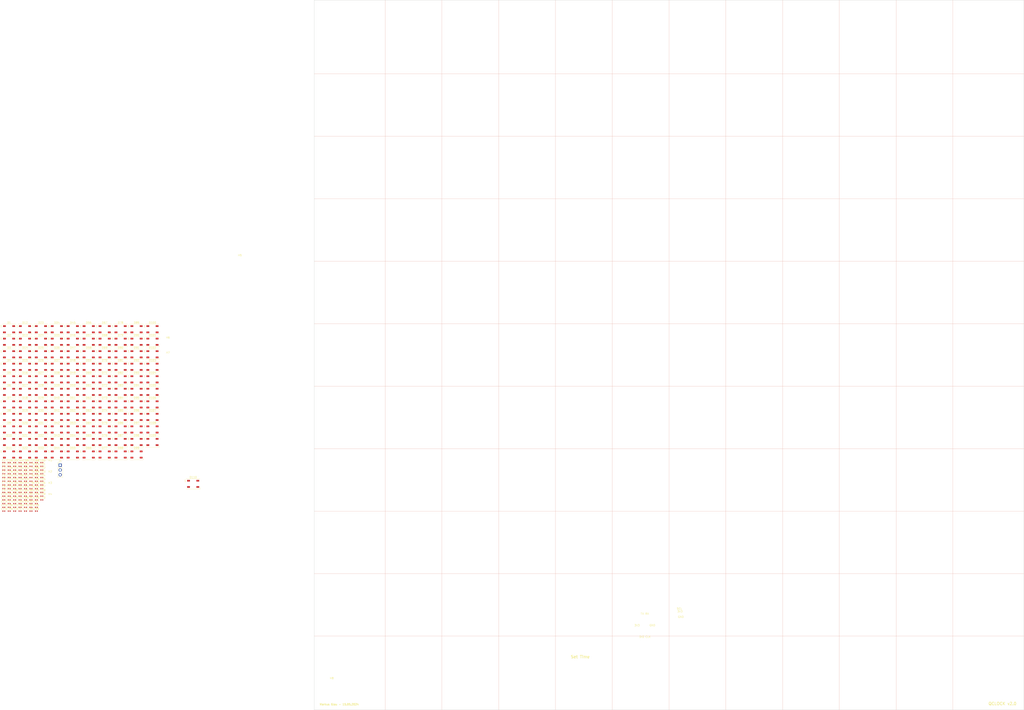
<source format=kicad_pcb>
(kicad_pcb (version 20240108) (generator "pcbnew") (generator_version "8.0")
  (layers (0 "F.Cu" signal) (31 "B.Cu" power) (34 "B.Paste" user) (35 "F.Paste" user) (36 "B.SilkS" user "B.Silkscreen") (37 "F.SilkS" user "F.Silkscreen") (38 "B.Mask" user) (39 "F.Mask" user) (44 "Edge.Cuts" user))
  (net 0 "")
  (net 1 "GND")
  (net 2 "VBUS")
  (net 3 "Net-(D1-DIN)")
  (net 4 "Net-(D1-DOUT)")
  (net 5 "Net-(D2-DOUT)")
  (net 6 "Net-(D3-DOUT)")
  (net 7 "Net-(D4-DOUT)")
  (net 8 "Net-(D5-DOUT)")
  (net 9 "Net-(D6-DOUT)")
  (net 10 "Net-(D7-DOUT)")
  (net 11 "Net-(D8-DOUT)")
  (net 12 "Net-(D12-DIN)")
  (net 13 "Net-(D10-DIN)")
  (net 14 "Net-(D11-DIN)")
  (net 15 "Net-(D12-DOUT)")
  (net 16 "Net-(D13-DOUT)")
  (net 17 "Net-(D14-DOUT)")
  (net 18 "Net-(D15-DOUT)")
  (net 19 "Net-(D16-DOUT)")
  (net 20 "Net-(D17-DOUT)")
  (net 21 "Net-(D18-DOUT)")
  (net 22 "Net-(D19-DOUT)")
  (net 23 "Net-(D20-DOUT)")
  (net 24 "Net-(D21-DOUT)")
  (net 25 "Net-(D22-DOUT)")
  (net 26 "Net-(D23-DOUT)")
  (net 27 "Net-(D24-DOUT)")
  (net 28 "Net-(D25-DOUT)")
  (net 29 "Net-(D26-DOUT)")
  (net 30 "Net-(D27-DOUT)")
  (net 31 "Net-(D28-DOUT)")
  (net 32 "Net-(D29-DOUT)")
  (net 33 "Net-(D30-DOUT)")
  (net 34 "Net-(D31-DOUT)")
  (net 35 "Net-(D32-DOUT)")
  (net 36 "Net-(D33-DOUT)")
  (net 37 "Net-(D34-DOUT)")
  (net 38 "Net-(D35-DOUT)")
  (net 39 "Net-(D36-DOUT)")
  (net 40 "Net-(D37-DOUT)")
  (net 41 "Net-(D38-DOUT)")
  (net 42 "Net-(D39-DOUT)")
  (net 43 "Net-(D40-DOUT)")
  (net 44 "Net-(D41-DOUT)")
  (net 45 "Net-(D42-DOUT)")
  (net 46 "Net-(D43-DOUT)")
  (net 47 "Net-(D44-DOUT)")
  (net 48 "Net-(D45-DOUT)")
  (net 49 "Net-(D46-DOUT)")
  (net 50 "Net-(D47-DOUT)")
  (net 51 "Net-(D48-DOUT)")
  (net 52 "Net-(D49-DOUT)")
  (net 53 "Net-(D50-DOUT)")
  (net 54 "Net-(D51-DOUT)")
  (net 55 "Net-(D52-DOUT)")
  (net 56 "Net-(D53-DOUT)")
  (net 57 "Net-(D54-DOUT)")
  (net 58 "Net-(D100-DIN)")
  (net 59 "Net-(D56-DOUT)")
  (net 60 "Net-(D56-DIN)")
  (net 61 "Net-(D57-DOUT)")
  (net 62 "Net-(D58-DOUT)")
  (net 63 "Net-(D59-DOUT)")
  (net 64 "Net-(D60-DOUT)")
  (net 65 "Net-(D61-DOUT)")
  (net 66 "Net-(D62-DOUT)")
  (net 67 "Net-(D63-DOUT)")
  (net 68 "Net-(D64-DOUT)")
  (net 69 "Net-(D65-DOUT)")
  (net 71 "Net-(D67-DIN)")
  (net 72 "Net-(D68-DIN)")
  (net 73 "Net-(D69-DIN)")
  (net 74 "Net-(D70-DIN)")
  (net 75 "Net-(D71-DIN)")
  (net 76 "Net-(D72-DIN)")
  (net 77 "Net-(D73-DIN)")
  (net 78 "Net-(D74-DIN)")
  (net 79 "Net-(D75-DIN)")
  (net 80 "Net-(D76-DIN)")
  (net 81 "Net-(D77-DIN)")
  (net 82 "Net-(D78-DOUT)")
  (net 83 "Net-(D78-DIN)")
  (net 84 "Net-(D79-DOUT)")
  (net 85 "Net-(D80-DOUT)")
  (net 86 "Net-(D81-DOUT)")
  (net 87 "Net-(D82-DOUT)")
  (net 88 "Net-(D83-DOUT)")
  (net 89 "Net-(D84-DOUT)")
  (net 90 "Net-(D85-DOUT)")
  (net 91 "Net-(D86-DOUT)")
  (net 92 "Net-(D87-DOUT)")
  (net 93 "Net-(D89-DIN)")
  (net 94 "Net-(D90-DIN)")
  (net 95 "Net-(D91-DIN)")
  (net 96 "Net-(D92-DIN)")
  (net 97 "Net-(D93-DIN)")
  (net 98 "Net-(D94-DIN)")
  (net 99 "Net-(D95-DIN)")
  (net 100 "Net-(D96-DIN)")
  (net 101 "Net-(D97-DIN)")
  (net 102 "Net-(D98-DIN)")
  (net 103 "Net-(D110-DOUT)")
  (net 104 "Net-(D100-DOUT)")
  (net 105 "Net-(D101-DOUT)")
  (net 106 "Net-(D102-DOUT)")
  (net 107 "Net-(D103-DOUT)")
  (net 108 "Net-(D104-DOUT)")
  (net 109 "Net-(D105-DOUT)")
  (net 110 "Net-(D106-DOUT)")
  (net 111 "Net-(D107-DOUT)")
  (net 112 "Net-(D108-DOUT)")
  (net 113 "Net-(D109-DOUT)")
  (footprint "LED_SMD:LED_WS2812B_PLCC4_5.0x5.0mm_P3.2mm" (layer "F.Cu") (at -119.39 225.38)
    (property "Reference" "D27")
    (property "Value" "WS2812B")
  )
  (footprint "LED_SMD:LED_WS2812B_PLCC4_5.0x5.0mm_P3.2mm" (layer "F.Cu") (at -77.29 212.14)
    (property "Reference" "D80")
    (property "Value" "WS2812B")
  )
  (footprint "Capacitor_SMD:C_0402_1005Metric" (layer "F.Cu") (at -133.265 289.095)
    (property "Reference" "C40")
    (property "Value" "220n")
  )
  (footprint "Capacitor_SMD:C_0402_1005Metric" (layer "F.Cu") (at -127.525 289.095)
    (property "Reference" "C68")
    (property "Value" "220n")
  )
  (footprint "LED_SMD:LED_WS2812B_PLCC4_5.0x5.0mm_P3.2mm" (layer "F.Cu") (at -119.39 265.1)
    (property "Reference" "D33")
    (property "Value" "WS2812B")
  )
  (footprint "LED_SMD:LED_WS2812B_PLCC4_5.0x5.0mm_P3.2mm" (layer "F.Cu") (at -110.97 225.38)
    (property "Reference" "D38")
    (property "Value" "WS2812B")
  )
  (footprint "Capacitor_SMD:C_0402_1005Metric" (layer "F.Cu") (at -139.005 295.005)
    (property "Reference" "C15")
    (property "Value" "220n")
  )
  (footprint "Capacitor_SMD:C_0402_1005Metric" (layer "F.Cu") (at -133.265 295.005)
    (property "Reference" "C43")
    (property "Value" "220n")
  )
  (footprint "LED_SMD:LED_WS2812B_PLCC4_5.0x5.0mm_P3.2mm" (layer "F.Cu") (at -127.81 218.76)
    (property "Reference" "D15")
    (property "Value" "WS2812B")
  )
  (footprint "Capacitor_SMD:C_0402_1005Metric" (layer "F.Cu") (at -118.915 281.215)
    (property "Reference" "C106")
    (property "Value" "220n")
  )
  (footprint "Capacitor_SMD:C_0402_1005Metric" (layer "F.Cu") (at -139.005 271.365)
    (property "Reference" "C2")
    (property "Value" "220n")
  )
  (footprint "Capacitor_SMD:C_0402_1005Metric" (layer "F.Cu") (at -121.785 281.215)
    (property "Reference" "C92")
    (property "Value" "220n")
  )
  (footprint "LED_SMD:LED_WS2812B_PLCC4_5.0x5.0mm_P3.2mm" (layer "F.Cu") (at -110.97 198.9)
    (property "Reference" "D34")
    (property "Value" "WS2812B")
  )
  (footprint "LED_SMD:LED_WS2812B_PLCC4_5.0x5.0mm_P3.2mm" (layer "F.Cu") (at -119.39 245.24)
    (property "Reference" "D30")
    (property "Value" "WS2812B")
  )
  (footprint "Capacitor_SMD:C_0402_1005Metric" (layer "F.Cu") (at -118.915 273.335)
    (property "Reference" "C102")
    (property "Value" "220n")
  )
  (footprint "LED_SMD:LED_WS2812B_PLCC4_5.0x5.0mm_P3.2mm" (layer "F.Cu") (at -85.71 258.48)
    (property "Reference" "D76")
    (property "Value" "WS2812B")
  )
  (footprint "Capacitor_SMD:C_0402_1005Metric" (layer "F.Cu") (at -121.785 293.035)
    (property "Reference" "C98")
    (property "Value" "220n")
  )
  (footprint "LED_SMD:LED_WS2812B_PLCC4_5.0x5.0mm_P3.2mm" (layer "F.Cu") (at -127.81 265.1)
    (property "Reference" "D22")
    (property "Value" "WS2812B")
  )
  (footprint "Capacitor_SMD:C_0402_1005Metric" (layer "F.Cu") (at -121.785 289.095)
    (property "Reference" "C96")
    (property "Value" "220n")
  )
  (footprint "LED_SMD:LED_WS2812B_PLCC4_5.0x5.0mm_P3.2mm" (layer "F.Cu") (at -102.55 258.48)
    (property "Reference" "D54")
    (property "Value" "WS2812B")
  )
  (footprint "LED_SMD:LED_WS2812B_PLCC4_5.0x5.0mm_P3.2mm" (layer "F.Cu") (at -136.23 245.24)
    (property "Reference" "D8")
    (property "Value" "WS2812B")
  )
  (footprint "Capacitor_SMD:C_0402_1005Metric" (layer "F.Cu") (at -130.395 277.275)
    (property "Reference" "C48")
    (property "Value" "220n")
  )
  (footprint "LED_SMD:LED_WS2812B_PLCC4_5.0x5.0mm_P3.2mm" (layer "F.Cu") (at -77.29 258.48)
    (property "Reference" "D87")
    (property "Value" "WS2812B")
  )
  (footprint "MountingHole:MountingHole_2.2mm_M2" (layer "F.Cu") (at -114.505 271.385)
    (property "Reference" "H1")
    (property "Value" "MountingHole")
  )
  (footprint "LED_SMD:LED_WS2812B_PLCC4_5.0x5.0mm_P3.2mm" (layer "F.Cu") (at -127.81 251.86)
    (property "Reference" "D20")
    (property "Value" "WS2812B")
  )
  (footprint "Capacitor_SMD:C_0402_1005Metric" (layer "F.Cu") (at -127.525 269.395)
    (property "Reference" "C58")
    (property "Value" "220n")
  )
  (footprint "LED_SMD:LED_WS2812B_PLCC4_5.0x5.0mm_P3.2mm" (layer "F.Cu") (at -60.45 198.9)
    (property "Reference" "D100")
    (property "Value" "WS2812B")
  )
  (footprint "LED_SMD:LED_WS2812B_PLCC4_5.0x5.0mm_P3.2mm" (layer "F.Cu") (at -110.97 265.1)
    (property "Reference" "D44")
    (property "Value" "WS2812B")
  )
  (footprint "Capacitor_SMD:C_0402_1005Metric" (layer "F.Cu") (at -136.135 275.305)
    (property "Reference" "C19")
    (property "Value" "220n")
  )
  (footprint "LED_SMD:LED_WS2812B_PLCC4_5.0x5.0mm_P3.2mm" (layer "F.Cu") (at -110.97 232)
    (property "Reference" "D39")
    (property "Value" "WS2812B")
  )
  (footprint "LED_SMD:LED_WS2812B_PLCC4_5.0x5.0mm_P3.2mm" (layer "F.Cu") (at -68.87 205.52)
    (property "Reference" "D90")
    (property "Value" "WS2812B")
  )
  (footprint "Capacitor_SMD:C_0402_1005Metric" (layer "F.Cu") (at -136.135 283.185)
    (property "Reference" "C23")
    (property "Value" "220n")
  )
  (footprint "Capacitor_SMD:C_0402_1005Metric" (layer "F.Cu") (at -118.915 287.125)
    (property "Reference" "C109")
    (property "Value" "220n")
  )
  (footprint "LED_SMD:LED_WS2812B_PLCC4_5.0x5.0mm_P3.2mm" (layer "F.Cu") (at -119.39 218.76)
    (property "Reference" "D26")
    (property "Value" "WS2812B")
  )
  (footprint "Capacitor_SMD:C_0402_1005Metric" (layer "F.Cu") (at -130.395 291.065)
    (property "Reference" "C55")
    (property "Value" "220n")
  )
  (footprint "Capacitor_SMD:C_0402_1005Metric" (layer "F.Cu") (at -130.395 273.335)
    (property "Reference" "C46")
    (property "Value" "220n")
  )
  (footprint "Capacitor_SMD:C_0402_1005Metric" (layer "F.Cu") (at -130.395 275.305)
    (property "Reference" "C47")
    (property "Value" "220n")
  )
  (footprint "Capacitor_SMD:C_0402_1005Metric" (layer "F.Cu") (at -127.525 293.035)
    (property "Reference" "C70")
    (property "Value" "220n")
  )
  (footprint "LED_SMD:LED_WS2812B_PLCC4_5.0x5.0mm_P3.2mm" (layer "F.Cu") (at -136.23 251.86)
    (property "Reference" "D9")
    (property "Value" "WS2812B")
  )
  (footprint "Capacitor_SMD:C_0402_1005Metric" (layer "F.Cu") (at -136.135 269.395)
    (property "Reference" "C16")
    (property "Value" "220n")
  )
  (footprint "MountingHole:MountingHole_2.2mm_M2" (layer "F.Cu") (at -114.505 283.285)
    (property "Reference" "H3")
    (property "Value" "MountingHole")
  )
  (footprint "LED_SMD:LED_WS2812B_PLCC4_5.0x5.0mm_P3.2mm" (layer "F.Cu") (at -119.39 198.9)
    (property "Reference" "D23")
    (property "Value" "WS2812B")
  )
  (footprint "LED_SMD:LED_WS2812B_PLCC4_5.0x5.0mm_P3.2mm" (layer "F.Cu") (at -102.55 251.86)
    (property "Reference" "D53")
    (property "Value" "WS2812B")
  )
  (footprint "LED_SMD:LED_WS2812B_PLCC4_5.0x5.0mm_P3.2mm" (layer "F.Cu") (at -77.29 238.62)
    (property "Reference" "D84")
    (property "Value" "WS2812B")
  )
  (footprint "LED_SMD:LED_WS2812B_PLCC4_5.0x5.0mm_P3.2mm" (layer "F.Cu") (at -127.81 212.14)
    (property "Reference" "D14")
    (property "Value" "WS2812B")
  )
  (footprint "Capacitor_SMD:C_0402_1005Metric" (layer "F.Cu") (at -124.655 293.035)
    (property "Reference" "C84")
    (property "Value" "220n")
  )
  (footprint "LED_SMD:LED_WS2812B_PLCC4_5.0x5.0mm_P3.2mm" (layer "F.Cu") (at -77.29 198.9)
    (property "Reference" "D78")
    (property "Value" "WS2812B")
  )
  (footprint "Capacitor_SMD:C_0402_1005Metric" (layer "F.Cu") (at -124.655 285.155)
    (property "Reference" "C80")
    (property "Value" "220n")
  )
  (footprint "Capacitor_SMD:C_0402_1005Metric" (layer "F.Cu") (at -121.785 283.185)
    (property "Reference" "C93")
    (property "Value" "220n")
  )
  (footprint "Capacitor_SMD:C_0402_1005Metric" (layer "F.Cu") (at -127.525 275.305)
    (property "Reference" "C61")
    (property "Value" "220n")
  )
  (footprint "Capacitor_SMD:C_0402_1005Metric" (layer "F.Cu") (at -133.265 277.275)
    (property "Reference" "C34")
    (property "Value" "220n")
  )
  (footprint "Capacitor_SMD:C_0402_1005Metric" (layer "F.Cu") (at -118.915 271.365)
    (property "Reference" "C101")
    (property "Value" "220n")
  )
  (footprint "Capacitor_SMD:C_0402_1005Metric" (layer "F.Cu") (at -133.265 273.335)
    (property "Reference" "C32")
    (property "Value" "220n")
  )
  (footprint "LED_SMD:LED_WS2812B_PLCC4_5.0x5.0mm_P3.2mm" (layer "F.Cu") (at -110.97 212.14)
    (property "Reference" "D36")
    (property "Value" "WS2812B")
  )
  (footprint "LED_SMD:LED_WS2812B_PLCC4_5.0x5.0mm_P3.2mm" (layer "F.Cu") (at -102.55 205.52)
    (property "Reference" "D46")
    (property "Value" "WS2812B")
  )
  (footprint "Capacitor_SMD:C_0402_1005Metric" (layer "F.Cu") (at -139.005 279.245)
    (property "Reference" "C6")
    (property "Value" "220n")
  )
  (footprint "LED_SMD:LED_WS2812B_PLCC4_5.0x5.0mm_P3.2mm" (layer "F.Cu") (at -94.13 245.24)
    (property "Reference" "D63")
    (property "Value" "WS2812B")
  )
  (footprint "LED_SMD:LED_WS2812B_PLCC4_5.0x5.0mm_P3.2mm" (layer "F.Cu") (at -60.45 238.62)
    (property "Reference" "D106")
    (property "Value" "WS2812B")
  )
  (footprint "Capacitor_SMD:C_0402_1005Metric" (layer "F.Cu") (at -133.265 281.215)
    (property "Reference" "C36")
    (property "Value" "220n")
  )
  (footprint "Capacitor_SMD:C_0402_1005Metric" (layer "F.Cu") (at -121.785 271.365)
    (property "Reference" "C87")
    (property "Value" "220n")
  )
  (footprint "LED_SMD:LED_WS2812B_PLCC4_5.0x5.0mm_P3.2mm" (layer "F.Cu") (at -102.55 265.1)
    (property "Reference" "D55")
    (property "Value" "WS2812B")
  )
  (footprint "LED_SMD:LED_WS2812B_PLCC4_5.0x5.0mm_P3.2mm" (layer "F.Cu") (at -85.71 245.24)
    (property "Reference" "D74")
    (property "Value" "WS2812B")
  )
  (footprint "Capacitor_SMD:C_0402_1005Metric" (layer "F.Cu") (at -130.395 279.245)
    (property "Reference" "C49")
    (property "Value" "220n")
  )
  (footprint "LED_SMD:LED_WS2812B_PLCC4_5.0x5.0mm_P3.2mm" (layer "F.Cu") (at -60.45 232)
    (property "Reference" "D105")
    (property "Value" "WS2812B")
  )
  (footprint "Capacitor_SMD:C_0402_1005Metric" (layer "F.Cu") (at -127.525 279.245)
    (property "Reference" "C63")
    (property "Value" "220n")
  )
  (footprint "Capacitor_SMD:C_0402_1005Metric" (layer "F.Cu") (at -121.785 273.335)
    (property "Reference" "C88")
    (property "Value" "220n")
  )
  (footprint "LED_SMD:LED_WS2812B_PLCC4_5.0x5.0mm_P3.2mm" (layer "F.Cu") (at -119.39 238.62)
    (property "Reference" "D29")
    (property "Value" "WS2812B")
  )
  (footprint "LED_SMD:LED_WS2812B_PLCC4_5.0x5.0mm_P3.2mm" (layer "F.Cu") (at -102.55 198.9)
    (property "Reference" "D45")
    (property "Value" "WS2812B")
  )
  (footprint "LED_SMD:LED_WS2812B_PLCC4_5.0x5.0mm_P3.2mm" (layer "F.Cu") (at -110.97 205.52)
    (property "Reference" "D35")
    (property "Value" "WS2812B")
  )
  (footprint "LED_SMD:LED_WS2812B_PLCC4_5.0x5.0mm_P3.2mm" (layer "F.Cu") (at -60.45 258.48)
    (property "Reference" "D109")
    (property "Value" "WS2812B")
  )
  (footprint "LED_SMD:LED_WS2812B_PLCC4_5.0x5.0mm_P3.2mm" (layer "F.Cu") (at -127.81 245.24)
    (property "Reference" "D19")
    (property "Value" "WS2812B")
  )
  (footprint "Capacitor_SMD:C_0402_1005Metric" (layer "F.Cu") (at -127.525 295.005)
    (property "Reference" "C71")
    (property "Value" "220n")
  )
  (footprint "MountingHole:MountingHole_3.2mm_M3" (layer "F.Cu") (at -52.265 207.515)
    (property "Reference" "H6")
    (property "Value" "MountingHole")
  )
  (footprint "LED_SMD:LED_WS2812B_PLCC4_5.0x5.0mm_P3.2mm" (layer "F.Cu") (at -85.71 251.86)
    (property "Reference" "D75")
    (property "Value" "WS2812B")
  )
  (footprint "LED_SMD:LED_WS2812B_PLCC4_5.0x5.0mm_P3.2mm" (layer "F.Cu") (at -136.23 238.62)
    (property "Reference" "D7")
    (property "Value" "WS2812B")
  )
  (footprint "LED_SMD:LED_WS2812B_PLCC4_5.0x5.0mm_P3.2mm" (layer "F.Cu") (at -136.23 198.9)
    (property "Reference" "D1")
    (property "Value" "WS2812B")
  )
  (footprint "LED_SMD:LED_WS2812B_PLCC4_5.0x5.0mm_P3.2mm" (layer "F.Cu") (at -94.13 251.86)
    (property "Reference" "D64")
    (property "Value" "WS2812B")
  )
  (footprint "Capacitor_SMD:C_0402_1005Metric" (layer "F.Cu") (at -124.655 277.275)
    (property "Reference" "C76")
    (property "Value" "220n")
  )
  (footprint "LED_SMD:LED_WS2812B_PLCC4_5.0x5.0mm_P3.2mm" (layer "F.Cu") (at -60.45 218.76)
    (property "Reference" "D103")
    (property "Value" "WS2812B")
  )
  (footprint "LED_SMD:LED_WS2812B_PLCC4_5.0x5.0mm_P3.2mm" (layer "F.Cu") (at -38.95 280.6)
    (property "Reference" "D110")
    (property "Value" "WS2812B")
  )
  (footprint "Capacitor_SMD:C_0402_1005Metric" (layer "F.Cu") (at -136.135 291.065)
    (property "Reference" "C27")
    (property "Value" "220n")
  )
  (footprint "LED_SMD:LED_WS2812B_PLCC4_5.0x5.0mm_P3.2mm" (layer "F.Cu") (at -60.45 205.52)
    (property "Reference" "D101")
    (property "Value" "WS2812B")
  )
  (footprint "LED_SMD:LED_WS2812B_PLCC4_5.0x5.0mm_P3.2mm" (layer "F.Cu") (at -68.87 212.14)
    (property "Reference" "D91")
    (property "Value" "WS2812B")
  )
  (footprint "Capacitor_SMD:C_0402_1005Metric" (layer "F.Cu") (at -121.785 279.245)
    (property "Reference" "C91")
    (property "Value" "220n")
  )
  (footprint "LED_SMD:LED_WS2812B_PLCC4_5.0x5.0mm_P3.2mm" (layer "F.Cu") (at -127.81 198.9)
    (property "Reference" "D12")
    (property "Value" "WS2812B")
  )
  (footprint "LED_SMD:LED_WS2812B_PLCC4_5.0x5.0mm_P3.2mm" (layer "F.Cu") (at -68.87 245.24)
    (property "Reference" "D96")
    (property "Value" "WS2812B")
  )
  (footprint "Capacitor_SMD:C_0402_1005Metric" (layer "F.Cu") (at -127.525 277.275)
    (property "Reference" "C62")
    (property "Value" "220n")
  )
  (footprint "Capacitor_SMD:C_0402_1005Metric" (layer "F.Cu") (at -124.655 289.095)
    (property "Reference" "C82")
    (property "Value" "220n")
  )
  (footprint "LED_SMD:LED_WS2812B_PLCC4_5.0x5.0mm_P3.2mm" (layer "F.Cu") (at -102.55 238.62)
    (property "Reference" "D51")
    (property "Value" "WS2812B")
  )
  (footprint "LED_SMD:LED_WS2812B_PLCC4_5.0x5.0mm_P3.2mm" (layer "F.Cu") (at -60.45 225.38)
    (property "Reference" "D104")
    (property "Value" "WS2812B")
  )
  (footprint "Capacitor_SMD:C_0402_1005Metric" (layer "F.Cu") (at -124.655 275.305)
    (property "Reference" "C75")
    (property "Value" "220n")
  )
  (footprint "LED_SMD:LED_WS2812B_PLCC4_5.0x5.0mm_P3.2mm" (layer "F.Cu") (at -77.29 245.24)
    (property "Reference" "D85")
    (property "Value" "WS2812B")
  )
  (footprint "Capacitor_SMD:C_0402_1005Metric" (layer "F.Cu") (at -139.005 281.215)
    (property "Reference" "C7")
    (property "Value" "220n")
  )
  (footprint "Capacitor_SMD:C_0402_1005Metric" (layer "F.Cu") (at -130.395 271.365)
    (property "Reference" "C45")
    (property "Value" "220n")
  )
  (footprint "Capacitor_SMD:C_0402_1005Metric" (layer "F.Cu") (at -127.525 283.185)
    (property "Reference" "C65")
    (property "Value" "220n")
  )
  (footprint "Capacitor_SMD:C_0402_1005Metric" (layer "F.Cu") (at -130.395 287.125)
    (property "Reference" "C53")
    (property "Value" "220n")
  )
  (footprint "LED_SMD:LED_WS2812B_PLCC4_5.0x5.0mm_P3.2mm" (layer "F.Cu") (at -94.13 198.9)
    (property "Reference" "D56")
    (property "Value" "WS2812B")
  )
  (footprint "Capacitor_SMD:C_0402_1005Metric" (layer "F.Cu") (at -130.395 283.185)
    (property "Reference" "C51")
    (property "Value" "220n")
  )
  (footprint "Capacitor_SMD:C_0402_1005Metric" (layer "F.Cu") (at -133.265 287.125)
    (property "Reference" "C39")
    (property "Value" "220n")
  )
  (footprint "Capacitor_SMD:C_0402_1005Metric" (layer "F.Cu") (at -121.785 295.005)
    (property "Reference" "C99")
    (property "Value" "220n")
  )
  (footprint "LED_SMD:LED_WS2812B_PLCC4_5.0x5.0mm_P3.2mm" (layer "F.Cu") (at -85.71 232)
    (property "Reference" "D72")
    (property "Value" "WS2812B")
  )
  (footprint "Capacitor_SMD:C_0402_1005Metric" (layer "F.Cu") (at -118.915 289.095)
    (property "Reference" "C110")
    (property "Value" "220n")
  )
  (footprint "LED_SMD:LED_WS2812B_PLCC4_5.0x5.0mm_P3.2mm" (layer "F.Cu") (at -77.29 251.86)
    (property "Reference" "D86")
    (property "Value" "WS2812B")
  )
  (footprint "Capacitor_SMD:C_0402_1005Metric" (layer "F.Cu") (at -136.135 273.335)
    (property "Reference" "C18")
    (property "Value" "220n")
  )
  (footprint "MountingHole:MountingHole_2.2mm_M2" (layer "F.Cu") (at -114.505 289.235)
    (property "Reference" "H4")
    (property "Value" "MountingHole")
  )
  (footprint "LED_SMD:LED_WS2812B_PLCC4_5.0x5.0mm_P3.2mm" (layer "F.Cu") (at -119.39 251.86)
    (property "Reference" "D31")
    (property "Value" "WS2812B")
  )
  (footprint "Capacitor_SMD:C_0402_1005Metric" (layer "F.Cu") (at -130.395 281.215)
    (property "Reference" "C50")
    (property "Value" "220n")
  )
  (footprint "Capacitor_SMD:C_0402_1005Metric" (layer "F.Cu") (at -118.915 285.155)
    (property "Reference" "C108")
    (property "Value" "220n")
  )
  (footprint "LED_SMD:LED_WS2812B_PLCC4_5.0x5.0mm_P3.2mm" (layer "F.Cu") (at -102.55 212.14)
    (property "Reference" "D47")
    (property "Value" "WS2812B")
  )
  (footprint "Capacitor_SMD:C_0402_1005Metric" (layer "F.Cu") (at -136.135 293.035)
    (property "Reference" "C28")
    (property "Value" "220n")
  )
  (footprint "Capacitor_SMD:C_0402_1005Metric" (layer "F.Cu") (at -139.005 275.305)
    (property "Reference" "C4")
    (property "Value" "220n")
  )
  (footprint "Capacitor_SMD:C_0402_1005Metric" (layer "F.Cu") (at -124.655 273.335)
    (property "Reference" "C74")
    (property "Value" "220n")
  )
  (footprint "Capacitor_SMD:C_0402_1005Metric" (layer "F.Cu") (at -121.785 277.275)
    (property "Reference" "C90")
    (property "Value" "220n")
  )
  (footprint "Capacitor_SMD:C_0402_1005Metric" (layer "F.Cu") (at -121.785 269.395)
    (property "Reference" "C86")
    (property "Value" "220n")
  )
  (footprint "LED_SMD:LED_WS2812B_PLCC4_5.0x5.0mm_P3.2mm" (layer "F.Cu") (at -119.39 232)
    (property "Reference" "D28")
    (property "Value" "WS2812B")
  )
  (footprint "LED_SMD:LED_WS2812B_PLCC4_5.0x5.0mm_P3.2mm" (layer "F.Cu") (at -68.87 218.76)
    (property "Reference" "D92")
    (property "Value" "WS2812B")
  )
  (footprint "LED_SMD:LED_WS2812B_PLCC4_5.0x5.0mm_P3.2mm" (layer "F.Cu") (at -127.81 238.62)
    (property "Reference" "D18")
    (property "Value" "WS2812B")
  )
  (footprint "Capacitor_SMD:C_0402_1005Metric" (layer "F.Cu") (at -139.005 293.035)
    (property "Reference" "C13")
    (property "Value" "220n")
  )
  (footprint "Capacitor_SMD:C_0402_1005Metric" (layer "F.Cu") (at -136.135 285.155)
    (property "Reference" "C24")
    (property "Value" "220n")
  )
  (footprint "LED_SMD:LED_WS2812B_PLCC4_5.0x5.0mm_P3.2mm" (layer "F.Cu") (at -119.39 212.14)
    (property "Reference" "D25")
    (property "Value" "WS2812B")
  )
  (footprint "Capacitor_SMD:C_0402_1005Metric" (layer "F.Cu") (at -127.525 281.215)
    (property "Reference" "C64")
    (property "Value" "220n")
  )
  (footprint "LED_SMD:LED_WS2812B_PLCC4_5.0x5.0mm_P3.2mm" (layer "F.Cu") (at -94.13 225.38)
    (property "Reference" "D60")
    (property "Value" "WS2812B")
  )
  (footprint "LED_SMD:LED_WS2812B_PLCC4_5.0x5.0mm_P3.2mm" (layer "F.Cu") (at -127.81 225.38)
    (property "Reference" "D16")
    (property "Value" "WS2812B")
  )
  (footprint "Capacitor_SMD:C_0402_1005Metric" (layer "F.Cu") (at -121.785 285.155)
    (property "Reference" "C94")
    (property "Value" "220n")
  )
  (footprint "LED_SMD:LED_WS2812B_PLCC4_5.0x5.0mm_P3.2mm" (layer "F.Cu") (at -60.45 245.24)
    (property "Reference" "D107")
    (property "Value" "WS2812B")
  )
  (footprint "LED_SMD:LED_WS2812B_PLCC4_5.0x5.0mm_P3.2mm" (layer "F.Cu") (at -102.55 218.76)
    (property "Reference" "D48")
    (property "Value" "WS2812B")
  )
  (footprint "Capacitor_SMD:C_0402_1005Metric" (layer "F.Cu") (at -136.135 271.365)
    (property "Reference" "C17")
    (property "Value" "220n")
  )
  (footprint "MountingHole:MountingHole_3.2mm_M3" (layer "F.Cu") (at 34.25 387.5)
    (property "Reference" "H8")
    (property "Value" "MountingHole")
  )
  (footprint "Capacitor_SMD:C_0402_1005Metric" (layer "F.Cu") (at -139.005 289.095)
    (property "Reference" "C11")
    (property "Value" "220n")
  )
  (footprint "Capacitor_SMD:C_0402_1005Metric" (layer "F.Cu") (at -139.005 291.065)
    (property "Reference" "C12")
    (property "Value" "220n")
  )
  (footprint "LED_SMD:LED_WS2812B_PLCC4_5.0x5.0mm_P3.2mm" (layer "F.Cu") (at -68.87 238.62)
    (property "Reference" "D95")
    (property "Value" "WS2812B")
  )
  (footprint "LED_SMD:LED_WS2812B_PLCC4_5.0x5.0mm_P3.2mm" (layer "F.Cu") (at -68.87 251.86)
    (property "Reference" "D97")
    (property "Value" "WS2812B")
  )
  (footprint "LED_SMD:LED_WS2812B_PLCC4_5.0x5.0mm_P3.2mm" (layer "F.Cu") (at -77.29 205.52)
    (property "Reference" "D79")
    (property "Value" "WS2812B")
  )
  (footprint "Capacitor_SMD:C_0402_1005Metric" (layer "F.Cu") (at -127.525 287.125)
    (property "Reference" "C67")
    (property "Value" "220n")
  )
  (footprint "LED_SMD:LED_WS2812B_PLCC4_5.0x5.0mm_P3.2mm" (layer "F.Cu") (at -102.55 225.38)
    (property "Reference" "D49")
    (property "Value" "WS2812B")
  )
  (footprint "LED_SMD:LED_WS2812B_PLCC4_5.0x5.0mm_P3.2mm" (layer "F.Cu") (at -85.71 198.9)
    (property "Reference" "D67")
    (property "Value" "WS2812B")
  )
  (footprint "Capacitor_SMD:C_0402_1005Metric" (layer "F.Cu") (at -130.395 269.395)
    (property "Reference" "C44")
    (property "Value" "220n")
  )
  (footprint "LED_SMD:LED_WS2812B_PLCC4_5.0x5.0mm_P3.2mm" (layer "F.Cu") (at -119.39 258.48)
    (property "Reference" "D32")
    (property "Value" "WS2812B")
  )
  (footprint "Capacitor_SMD:C_0402_1005Metric" (layer "F.Cu") (at -136.135 277.275)
    (property "Reference" "C20")
    (property "Value" "220n")
  )
  (footprint "LED_SMD:LED_WS2812B_PLCC4_5.0x5.0mm_P3.2mm" (layer "F.Cu") (at -85.71 212.14)
    (property "Reference" "D69")
    (property "Value" "WS2812B")
  )
  (footprint "LED_SMD:LED_WS2812B_PLCC4_5.0x5.0mm_P3.2mm" (layer "F.Cu") (at -94.13 265.1)
    (property "Reference" "D66")
    (property "Value" "WS2812B")
  )
  (footprint "LED_SMD:LED_WS2812B_PLCC4_5.0x5.0mm_P3.2mm" (layer "F.Cu") (at -94.13 205.52)
    (property "Reference" "D57")
    (property "Value" "WS2812B")
  )
  (footprint "Capacitor_SMD:C_0402_1005Metric" (layer "F.Cu") (at -133.265 279.245)
    (property "Reference" "C35")
    (property "Value" "220n")
  )
  (footprint "LED_SMD:LED_WS2812B_PLCC4_5.0x5.0mm_P3.2mm" (layer "F.Cu") (at -110.97 238.62)
    (property "Reference" "D40")
    (property "Value" "WS2812B")
  )
  (footprint "MountingHole:MountingHole_2.2mm_M2" (layer "F.Cu") (at -114.505 277.335)
    (property "Reference" "H2")
    (property "Value" "MountingHole")
  )
  (footprint "Capacitor_SMD:C_0402_1005Metric" (layer "F.Cu") (at -127.525 273.335)
    (property "Reference" "C60")
    (property "Value" "220n")
  )
  (footprint "Capacitor_SMD:C_0402_1005Metric" (layer "F.Cu") (at -133.265 271.365)
    (property "Reference" "C31")
    (property "Value" "220n")
  )
  (footprint "Capacitor_SMD:C_0402_1005Metric" (layer "F.Cu") (at -118.915 269.395)
    (property "Reference" "C100")
    (property "Value" "220n")
  )
  (footprint "LED_SMD:LED_WS2812B_PLCC4_5.0x5.0mm_P3.2mm" (layer "F.Cu") (at -68.87 232)
    (property "Reference" "D94")
    (property "Value" "WS2812B")
  )
  (footprint "LED_SMD:LED_WS2812B_PLCC4_5.0x5.0mm_P3.2mm" (layer "F.Cu") (at -127.81 232)
    (property "Reference" "D17")
    (property "Value" "WS2812B")
  )
  (footprint "LED_SMD:LED_WS2812B_PLCC4_5.0x5.0mm_P3.2mm" (layer "F.Cu") (at -136.23 218.76)
    (property "Reference" "D4")
    (property "Value" "WS2812B")
  )
  (footprint "LED_SMD:LED_WS2812B_PLCC4_5.0x5.0mm_P3.2mm" (layer "F.Cu") (at -127.81 205.52)
    (property "Reference" "D13")
    (property "Value" "WS2812B")
  )
  (footprint "LED_SMD:LED_WS2812B_PLCC4_5.0x5.0mm_P3.2mm" (layer "F.Cu") (at -77.29 218.76)
    (property "Reference" "D81")
    (property "Value" "WS2812B")
  )
  (footprint "Capacitor_SMD:C_0402_1005Metric" (layer "F.Cu") (at -133.265 275.305)
    (property "Reference" "C33")
    (property "Value" "220n")
  )
  (footprint "LED_SMD:LED_WS2812B_PLCC4_5.0x5.0mm_P3.2mm" (layer "F.Cu") (at -136.23 265.1)
    (property "Reference" "D11")
    (property "Value" "WS2812B")
  )
  (footprint "Capacitor_SMD:C_0402_1005Metric" (layer "F.Cu") (at -139.005 273.335)
    (property "Reference" "C3")
    (property "Value" "220n")
  )
  (footprint "Capacitor_SMD:C_0402_1005Metric" (layer "F.Cu") (at -139.005 285.155)
    (property "Reference" "C9")
    (property "Value" "220n")
  )
  (footprint "LED_SMD:LED_WS2812B_PLCC4_5.0x5.0mm_P3.2mm" (layer "F.Cu") (at -94.13 258.48)
    (property "Reference" "D65")
    (property "Value" "WS2812B")
  )
  (footprint "Connector_PinHeader_2.54mm:PinHeader_1x03_P2.54mm_Vertical" (layer "F.Cu") (at -109.205 270.735)
    (property "Reference" "J1")
    (property "Value" "Conn_01x03_Pin")
  )
  (footprint "Capacitor_SMD:C_0402_1005Metric" (layer "F.Cu") (at -124.655 269.395)
    (property "Reference" "C72")
    (property "Value" "220n")
  )
  (footprint "Capacitor_SMD:C_0402_1005Metric" (layer "F.Cu") (at -130.395 293.035)
    (property "Reference" "C56")
    (property "Value" "220n")
  )
  (footprint "Capacitor_SMD:C_0402_1005Metric" (layer "F.Cu") (at -127.525 271.365)
    (property "Reference" "C59")
    (property "Value" "220n")
  )
  (footprint "Capacitor_SMD:C_0402_1005Metric" (layer "F.Cu") (at -139.005 287.125)
    (property "Reference" "C10")
    (property "Value" "220n")
  )
  (footprint "Capacitor_SMD:C_0402_1005Metric" (layer "F.Cu") (at -130.395 289.095)
    (property "Reference" "C54")
    (property "Value" "220n")
  )
  (footprint "Capacitor_SMD:C_0402_1005Metric" (layer "F.Cu") (at -124.655 291.065)
    (property "Reference" "C83")
    (property "Value" "220n")
  )
  (footprint "Capacitor_SMD:C_0402_1005Metric" (layer "F.Cu") (at -124.655 279.245)
    (property "Reference" "C77")
    (property "Value" "220n")
  )
  (footprint "Capacitor_SMD:C_0402_1005Metric" (layer "F.Cu") (at -139.005 277.275)
    (property "Reference" "C5")
    (property "Value" "220n")
  )
  (footprint "Capacitor_SMD:C_0402_1005Metric" (layer "F.Cu") (at -124.655 283.185)
    (property "Reference" "C79")
    (property "Value" "220n")
  )
  (footprint "LED_SMD:LED_WS2812B_PLCC4_5.0x5.0mm_P3.2mm" (layer "F.Cu") (at -85.71 225.38)
    (property "Reference" "D71")
    (property "Value" "WS2812B")
  )
  (footprint "Capacitor_SMD:C_0402_1005Metric" (layer "F.Cu") (at -136.135 279.245)
    (property "Reference" "C21")
    (property "Value" "220n")
  )
  (footprint "LED_SMD:LED_WS2812B_PLCC4_5.0x5.0mm_P3.2mm" (layer "F.Cu") (at -94.13 218.76)
    (property "Reference" "D59")
    (property "Value" "WS2812B")
  )
  (footprint "LED_SMD:LED_WS2812B_PLCC4_5.0x5.0mm_P3.2mm" (layer "F.Cu") (at -136.23 225.38)
    (property "Reference" "D5")
    (property "Value" "WS2812B")
  )
  (footprint "LED_SMD:LED_WS2812B_PLCC4_5.0x5.0mm_P3.2mm" (layer "F.Cu") (at -77.29 225.38)
    (property "Reference" "D82")
    (property "Value" "WS2812B")
  )
  (footprint "Capacitor_SMD:C_0402_1005Metric" (layer "F.Cu") (at -133.265 293.035)
    (property "Reference" "C42")
    (property "Value" "220n")
  )
  (footprint "Capacitor_SMD:C_0402_1005Metric" (layer "F.Cu") (at -124.655 287.125)
    (property "Reference" "C81")
    (property "Value" "220n")
  )
  (footprint "Capacitor_SMD:C_0402_1005Metric" (layer "F.Cu") (at -124.655 295.005)
    (property "Reference" "C85")
    (property "Value" "220n")
  )
  (footprint "Capacitor_SMD:C_0402_1005Metric" (layer "F.Cu") (at -124.655 271.365)
    (property "Reference" "C73")
    (property "Value" "220n")
  )
  (footprint "Capacitor_SMD:C_0402_1005Metric" (layer "F.Cu") (at -139.005 269.395)
    (property "Reference" "C1")
    (property "Value" "220n")
  )
  (footprint "LED_SMD:LED_WS2812B_PLCC4_5.0x5.0mm_P3.2mm" (layer "F.Cu") (at -68.87 225.38)
    (property "Reference" "D93")
    (property "Value" "WS2812B")
  )
  (footprint "LED_SMD:LED_WS2812B_PLCC4_5.0x5.0mm_P3.2mm" (layer "F.Cu") (at -85.71 238.62)
    (property "Reference" "D73")
    (property "Value" "WS2812B")
  )
  (footprint "Capacitor_SMD:C_0402_1005Metric" (layer "F.Cu") (at -118.915 275.305)
    (property "Reference" "C103")
    (property "Value" "220n")
  )
  (footprint "Capacitor_SMD:C_0402_1005Metric" (layer "F.Cu") (at -133.265 285.155)
    (property "Reference" "C38")
    (property "Value" "220n")
  )
  (footprint "Capacitor_SMD:C_0402_1005Metric" (layer "F.Cu") (at -118.915 277.275)
    (property "Reference" "C104")
    (property "Value" "220n")
  )
  (footprint "Capacitor_SMD:C_0402_1005Metric" (layer "F.Cu") (at -121.785 287.125)
    (property "Reference" "C95")
    (property "Value" "220n")
  )
  (footprint "Capacitor_SMD:C_0402_1005Metric" (layer "F.Cu") (at -133.265 283.185)
    (property "Reference" "C37")
    (property "Value" "220n")
  )
  (footprint "LED_SMD:LED_WS2812B_PLCC4_5.0x5.0mm_P3.2mm" (layer "F.Cu") (at -77.29 265.1)
    (property "Reference" "D88")
    (property "Value" "WS2812B")
  )
  (footprint "Capacitor_SMD:C_0402_1005Metric" (layer "F.Cu") (at -130.395 295.005)
    (property "Reference" "C57")
    (property "Value" "220n")
  )
  (footprint "Capacitor_SMD:C_0402_1005Metric" (layer "F.Cu") (at -130.395 285.155)
    (property "Reference" "C52")
    (property "Value" "220n")
  )
  (footprint "Capacitor_SMD:C_0402_1005Metric" (layer "F.Cu") (at -118.915 279.245)
    (property "Reference" "C105")
    (property "Value" "220n")
  )
  (footprint "Capacitor_SMD:C_0402_1005Metric" (layer "F.Cu") (at -127.525 285.155)
    (property "Reference" "C66")
    (property "Value" "220n")
  )
  (footprint "LED_SMD:LED_WS2812B_PLCC4_5.0x5.0mm_P3.2mm" (layer "F.Cu") (at -102.55 245.24)
    (property "Reference" "D52")
    (property "Value" "WS2812B")
  )
  (footprint "Capacitor_SMD:C_0402_1005Metric" (layer "F.Cu") (at -121.785 275.305)
    (property "Reference" "C89")
    (property "Value" "220n")
  )
  (footprint "LED_SMD:LED_WS2812B_PLCC4_5.0x5.0mm_P3.2mm" (layer "F.Cu") (at -119.39 205.52)
    (property "Reference" "D24")
    (property "Value" "WS2812B")
  )
  (footprint "LED_SMD:LED_WS2812B_PLCC4_5.0x5.0mm_P3.2mm" (layer "F.Cu") (at -60.45 212.14)
    (property "Reference" "D102")
    (property "Value" "WS2812B")
  )
  (footprint "LED_SMD:LED_WS2812B_PLCC4_5.0x5.0mm_P3.2mm" (layer "F.Cu") (at -110.97 245.24)
    (property "Reference" "D41")
    (property "Value" "WS2812B")
  )
  (footprint "Capacitor_SMD:C_0402_1005Metric" (layer "F.Cu") (at -136.135 295.005)
    (property "Reference" "C29")
    (property "Value" "220n")
  )
  (footprint "LED_SMD:LED_WS2812B_PLCC4_5.0x5.0mm_P3.2mm" (layer "F.Cu") (at -68.87 265.1)
    (property "Reference" "D99")
    (property "Value" "WS2812B")
  )
  (footprint "LED_SMD:LED_WS2812B_PLCC4_5.0x5.0mm_P3.2mm" (layer "F.Cu") (at -136.23 258.48)
    (property "Reference" "D10")
    (property "Value" "WS2812B")
  )
  (footprint "LED_SMD:LED_WS2812B_PLCC4_5.0x5.0mm_P3.2mm" (layer "F.Cu") (at -136.23 205.52)
    (property "Reference" "D2")
    (property "Value" "WS2812B")
  )
  (footprint "LED_SMD:LED_WS2812B_PLCC4_5.0x5.0mm_P3.2mm" (layer "F.Cu") (at -68.87 258.48)
    (property "Reference" "D98")
    (property "Value" "WS2812B")
  )
  (footprint "LED_SMD:LED_WS2812B_PLCC4_5.0x5.0mm_P3.2mm" (layer "F.Cu") (at -110.97 218.76)
    (property "Reference" "D37")
    (property "Value" "WS2812B")
  )
  (footprint "LED_SMD:LED_WS2812B_PLCC4_5.0x5.0mm_P3.2mm" (layer "F.Cu") (at -136.23 232)
    (property "Reference" "D6")
    (property "Value" "WS2812B")
  )
  (footprint "MountingHole:MountingHole_3.2mm_M3" (layer "F.Cu") (at -14.25 164)
    (property "Reference" "H5")
    (property "Value" "MountingHole")
  )
  (footprint "Capacitor_SMD:C_0402_1005Metric" (layer "F.Cu") (at -136.135 287.125)
    (property "Reference" "C25")
    (property "Value" "220n")
  )
  (footprint "LED_SMD:LED_WS2812B_PLCC4_5.0x5.0mm_P3.2mm" (layer "F.Cu") (at -110.97 258.48)
    (property "Reference" "D43")
    (property "Value" "WS2812B")
  )
  (footprint "LED_SMD:LED_WS2812B_PLCC4_5.0x5.0mm_P3.2mm" (layer "F.Cu") (at -102.55 232)
    (property "Reference" "D50")
    (property "Value" "WS2812B")
  )
  (footprint "Capacitor_SMD:C_0402_1005Metric" (layer "F.Cu") (at -121.785 291.065)
    (property "Reference" "C97")
    (property "Value" "220n")
  )
  (footprint "Capacitor_SMD:C_0402_1005Metric" (layer "F.Cu") (at -124.655 281.215)
    (property "Reference" "C78")
    (property "Value" "220n")
  )
  (footprint "LED_SMD:LED_WS2812B_PLCC4_5.0x5.0mm_P3.2mm" (layer "F.Cu") (at -94.13 232)
    (property "Reference" "D61")
    (property "Value" "WS2812B")
  )
  (footprint "MountingHole:MountingHole_3.2mm_M3" (layer "F.Cu") (at -52.265 215.465)
    (property "Reference" "H7")
    (property "Value" "MountingHole")
  )
  (footprint "Capacitor_SMD:C_0402_1005Metric" (layer "F.Cu") (at -139.005 283.185)
    (property "Reference" "C8")
    (property "Value" "220n")
  )
  (footprint "LED_SMD:LED_WS2812B_PLCC4_5.0x5.0mm_P3.2mm" (layer "F.Cu") (at -77.29 232)
    (property "Reference" "D83")
    (property "Value" "WS2812B")
  )
  (footprint "Capacitor_SMD:C_0402_1005Metric" (layer "F.Cu") (at -133.265 269.395)
    (property "Reference" "C30")
    (property "Value" "220n")
  )
  (footprint "Capacitor_SMD:C_0402_1005Metric" (layer "F.Cu") (at -133.265 291.065)
    (property "Reference" "C41")
    (property "Value" "220n")
  )
  (footprint "LED_SMD:LED_WS2812B_PLCC4_5.0x5.0mm_P3.2mm" (layer "F.Cu") (at -85.71 265.1)
    (property "Reference" "D77")
    (property "Value" "WS2812B")
  )
  (footprint "LED_SMD:LED_WS2812B_PLCC4_5.0x5.0mm_P3.2mm" (layer "F.Cu") (at -127.81 258.48)
    (property "Reference" "D21")
    (property "Value" "WS2812B")
  )
  (footprint "LED_SMD:LED_WS2812B_PLCC4_5.0x5.0mm_P3.2mm" (layer "F.Cu") (at -94.13 212.14)
    (property "Reference" "D58")
    (property "Value" "WS2812B")
  )
  (footprint "LED_SMD:LED_WS2812B_PLCC4_5.0x5.0mm_P3.2mm" (layer "F.Cu") (at -60.45 251.86)
    (property "Reference" "D108")
    (property "Value" "WS2812B")
  )
  (footprint "Capacitor_SMD:C_0402_1005Metric" (layer "F.Cu") (at -127.525 291.065)
    (property "Reference" "C69")
    (property "Value" "220n")
  )
  (footprint "LED_SMD:LED_WS2812B_PLCC4_5.0x5.0mm_P3.2mm" (layer "F.Cu") (at -85.71 205.52)
    (property "Reference" "D68")
    (property "Value" "WS2812B")
  )
  (footprint "LED_SMD:LED_WS2812B_PLCC4_5.0x5.0mm_P3.2mm" (layer "F.Cu") (at -85.71 218.76)
    (property "Reference" "D70")
    (property "Value" "WS2812B")
  )
  (footprint "LED_SMD:LED_WS2812B_PLCC4_5.0x5.0mm_P3.2mm" (layer "F.Cu") (at -94.13 238.62)
    (property "Reference" "D62")
    (property "Value" "WS2812B")
  )
  (footprint "LED_SMD:LED_WS2812B_PLCC4_5.0x5.0mm_P3.2mm" (layer "F.Cu") (at -68.87 198.9)
    (property "Reference" "D89")
    (property "Value" "WS2812B")
  )
  (footprint "LED_SMD:LED_WS2812B_PLCC4_5.0x5.0mm_P3.2mm" (layer "F.Cu") (at -110.97 251.86)
    (property "Reference" "D42")
    (property "Value" "WS2812B")
  )
  (footprint "Capacitor_SMD:C_0402_1005Metric" (layer "F.Cu") (at -136.135 281.215)
    (property "Reference" "C22")
    (property "Value" "220n")
  )
  (footprint "LED_SMD:LED_WS2812B_PLCC4_5.0x5.0mm_P3.2mm" (layer "F.Cu") (at -136.23 212.14)
    (property "Reference" "D3")
    (property "Value" "WS2812B")
  )
  (footprint "Capacitor_SMD:C_0402_1005Metric" (layer "F.Cu") (at -118.915 283.185)
    (property "Reference" "C107")
    (property "Value" "220n")
  )
  (footprint "Capacitor_SMD:C_0402_1005Metric" (layer "F.Cu") (at -136.135 289.095)
    (property "Reference" "C26")
    (property "Value" "220n")
  )
  (gr_line (start 152.5 25) (end 152.5 400) (stroke (width 0.12)) (layer "B.SilkS"))
  (gr_line (start 25 196) (end 400 196) (stroke (width 0.12)) (layer "B.SilkS"))
  (gr_line (start 25 295) (end 400 295) (stroke (width 0.12)) (layer "B.SilkS"))
  (gr_line (start 25 64) (end 400 64) (stroke (width 0.12)) (layer "B.SilkS"))
  (gr_line (start 25 262) (end 400 262) (stroke (width 0.12)) (layer "B.SilkS"))
  (gr_line (start 62.5 25) (end 62.5 400) (stroke (width 0.12)) (layer "B.SilkS"))
  (gr_line (start 212.5 25) (end 212.5 400) (stroke (width 0.12)) (layer "B.SilkS"))
  (gr_line (start 302.5 25) (end 302.5 400) (stroke (width 0.12)) (layer "B.SilkS"))
  (gr_line (start 332.5 25) (end 332.5 400) (stroke (width 0.12)) (layer "B.SilkS"))
  (gr_line (start 122.5 25) (end 122.5 400) (stroke (width 0.12)) (layer "B.SilkS"))
  (gr_line (start 25 163) (end 400 163) (stroke (width 0.12)) (layer "B.SilkS"))
  (gr_line (start 25 328) (end 400 328) (stroke (width 0.12)) (layer "B.SilkS"))
  (gr_line (start 25 229) (end 400 229) (stroke (width 0.12)) (layer "B.SilkS"))
  (gr_line (start 242.5 25) (end 242.5 400) (stroke (width 0.12)) (layer "B.SilkS"))
  (gr_line (start 92.5 25) (end 92.5 400) (stroke (width 0.12)) (layer "B.SilkS"))
  (gr_line (start 25 97) (end 400 97) (stroke (width 0.12)) (layer "B.SilkS"))
  (gr_line (start 272.5 25) (end 272.5 400) (stroke (width 0.12)) (layer "B.SilkS"))
  (gr_line (start 362.5 25) (end 362.5 400) (stroke (width 0.12)) (layer "B.SilkS"))
  (gr_line (start 25 361) (end 400 361) (stroke (width 0.12)) (layer "B.SilkS"))
  (gr_line (start 182.5 25) (end 182.5 400) (stroke (width 0.12)) (layer "B.SilkS"))
  (gr_line (start 25 130) (end 400 130) (stroke (width 0.12)) (layer "B.SilkS"))
  (gr_line (start 400 25) (end 400 400) (stroke (width 0.12)) (layer "Edge.Cuts"))
  (gr_line (start 25 25) (end 400 25) (stroke (width 0.12)) (layer "Edge.Cuts"))
  (gr_line (start 25 25) (end 25 400) (stroke (width 0.12)) (layer "Edge.Cuts"))
  (gr_line (start 25 400) (end 400 400) (stroke (width 0.12)) (layer "Edge.Cuts"))
  (gr_text "GND" (at 218.7575 350.901 0) (layer "F.SilkS") (effects (font (size 1 1))))
  (gr_text "GND" (at 203.708 355.346 0) (layer "F.SilkS") (effects (font (size 1 1))))
  (gr_text "CLK" (at 201.422 361.442 0) (layer "F.SilkS") (effects (font (size 1 1))))
  (gr_text "SCL" (at 218 346.5 0) (layer "F.SilkS") (effects (font (size 1 1))))
  (gr_text "DIO" (at 198.12 361.442 0) (layer "F.SilkS") (effects (font (size 1 1))))
  (gr_text "3V3" (at 218.25 348 0) (layer "F.SilkS") (effects (font (size 1 1))))
  (gr_text "Markus Glau - 15.05.2024" (at 38.227 397.129 0) (layer "F.SilkS") (effects (font (size 1 1) (thickness 0.25))))
  (gr_text "RX" (at 200.914 349.25 0) (layer "F.SilkS") (effects (font (size 1 1))))
  (gr_text "Set Time" (at 165.608 371.983 0) (layer "F.SilkS") (effects (font (size 1.5 1.5) (thickness 0.3))))
  (gr_text "3V3" (at 195.58 355.346 0) (layer "F.SilkS") (effects (font (size 1 1))))
  (gr_text "QCLOCK v2.0" (at 388.6835 396.748 0) (layer "F.SilkS") (effects (font (size 1.5 1.5) (thickness 0.3))))
  (gr_text "TX" (at 198.374 349.25 0) (layer "F.SilkS") (effects (font (size 1 1))))
)
</source>
